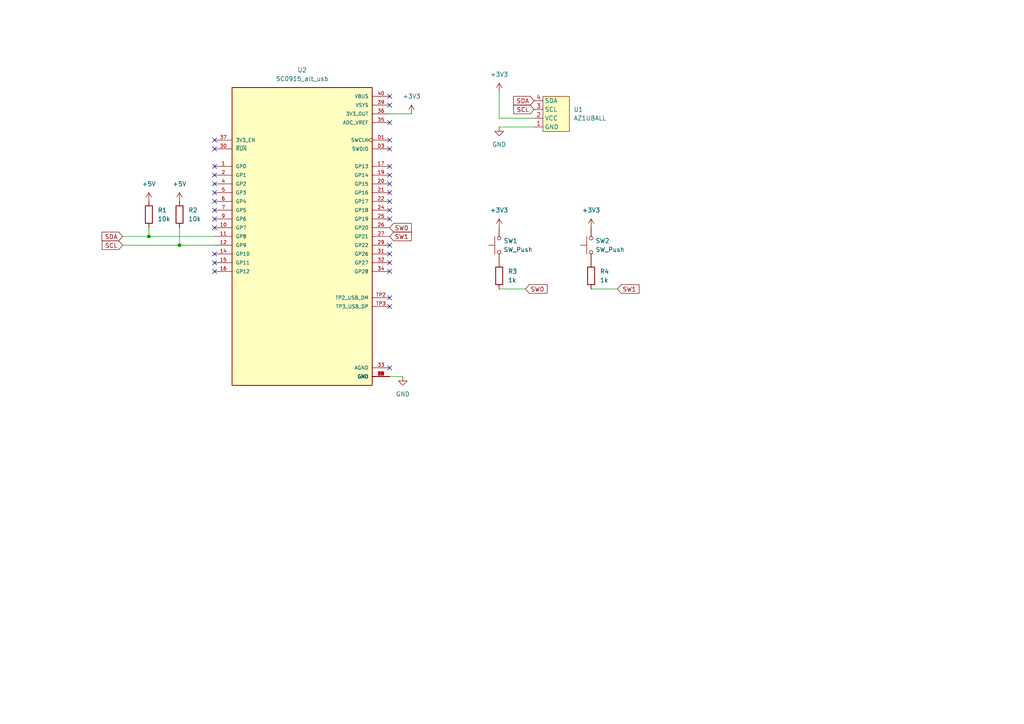
<source format=kicad_sch>
(kicad_sch (version 20211123) (generator eeschema)
  (paper "A4")
  (lib_symbols
    (symbol "$74th:I2C_Breakout"
      (property "Reference" "U" (at 0 6.35 0))
      (property "Value" "I2C_Breakout" (at 0 5.08 0))
      (symbol "I2C_Breakout_0_1"
        (rectangle (start -3.81 3.81) (end 3.81 -6.35) (stroke (width 0.1524)) (fill (type background)))
      )
      (symbol "I2C_Breakout_1_1"
        (pin power_in line (at 6.35 2.54 180) (length 2.54) (name "GND") (number "1"))
        (pin power_in line (at 6.35 0 180) (length 2.54) (name "VCC") (number "2"))
        (pin input line (at 6.35 -2.54 180) (length 2.54) (name "SCL") (number "3"))
        (pin bidirectional line (at 6.35 -5.08 180) (length 2.54) (name "SDA") (number "4"))
      )
    )
    (symbol "$74th:SC0915_alt_usb" (pin_names (offset 1.016))
      (property "Reference" "U" (at -20.32 44.069 0))
      (property "Value" "SC0915_alt_usb" (at -20.32 -45.72 0))
      (symbol "SC0915_alt_usb_0_0"
        (rectangle (start -20.32 -43.18) (end 20.32 43.18) (stroke (width 0.254)) (fill (type background)))
        (pin bidirectional line (at -25.4 20.32 0) (length 5.08) (name "GP0") (number "1"))
        (pin bidirectional line (at -25.4 2.54 0) (length 5.08) (name "GP7") (number "10"))
        (pin bidirectional line (at -25.4 0 0) (length 5.08) (name "GP8") (number "11"))
        (pin bidirectional line (at -25.4 -2.54 0) (length 5.08) (name "GP9") (number "12"))
        (pin power_in line (at 25.4 -40.64 180) (length 5.08) (name "GND") (number "13"))
        (pin bidirectional line (at -25.4 -5.08 0) (length 5.08) (name "GP10") (number "14"))
        (pin bidirectional line (at -25.4 -7.62 0) (length 5.08) (name "GP11") (number "15"))
        (pin bidirectional line (at -25.4 -10.16 0) (length 5.08) (name "GP12") (number "16"))
        (pin bidirectional line (at 25.4 20.32 180) (length 5.08) (name "GP13") (number "17"))
        (pin power_in line (at 25.4 -40.64 180) (length 5.08) (name "GND") (number "18"))
        (pin bidirectional line (at 25.4 17.78 180) (length 5.08) (name "GP14") (number "19"))
        (pin bidirectional line (at -25.4 17.78 0) (length 5.08) (name "GP1") (number "2"))
        (pin bidirectional line (at 25.4 15.24 180) (length 5.08) (name "GP15") (number "20"))
        (pin bidirectional line (at 25.4 12.7 180) (length 5.08) (name "GP16") (number "21"))
        (pin bidirectional line (at 25.4 10.16 180) (length 5.08) (name "GP17") (number "22"))
        (pin power_in line (at 25.4 -40.64 180) (length 5.08) (name "GND") (number "23"))
        (pin bidirectional line (at 25.4 7.62 180) (length 5.08) (name "GP18") (number "24"))
        (pin bidirectional line (at 25.4 5.08 180) (length 5.08) (name "GP19") (number "25"))
        (pin bidirectional line (at 25.4 2.54 180) (length 5.08) (name "GP20") (number "26"))
        (pin bidirectional line (at 25.4 0 180) (length 5.08) (name "GP21") (number "27"))
        (pin power_in line (at 25.4 -40.64 180) (length 5.08) (name "GND") (number "28"))
        (pin bidirectional line (at 25.4 -2.54 180) (length 5.08) (name "GP22") (number "29"))
        (pin power_in line (at 25.4 -40.64 180) (length 5.08) (name "GND") (number "3"))
        (pin input line (at -25.4 25.4 0) (length 5.08) (name "~{RUN}") (number "30"))
        (pin bidirectional line (at 25.4 -5.08 180) (length 5.08) (name "GP26") (number "31"))
        (pin bidirectional line (at 25.4 -7.62 180) (length 5.08) (name "GP27") (number "32"))
        (pin power_in line (at 25.4 -38.1 180) (length 5.08) (name "AGND") (number "33"))
        (pin bidirectional line (at 25.4 -10.16 180) (length 5.08) (name "GP28") (number "34"))
        (pin power_in line (at 25.4 33.02 180) (length 5.08) (name "ADC_VREF") (number "35"))
        (pin power_in line (at 25.4 35.56 180) (length 5.08) (name "3V3_OUT") (number "36"))
        (pin input line (at -25.4 27.94 0) (length 5.08) (name "3V3_EN") (number "37"))
        (pin power_in line (at 25.4 -40.64 180) (length 5.08) (name "GND") (number "38"))
        (pin power_in line (at 25.4 38.1 180) (length 5.08) (name "VSYS") (number "39"))
        (pin bidirectional line (at -25.4 15.24 0) (length 5.08) (name "GP2") (number "4"))
        (pin power_in line (at 25.4 40.64 180) (length 5.08) (name "VBUS") (number "40"))
        (pin bidirectional line (at -25.4 12.7 0) (length 5.08) (name "GP3") (number "5"))
        (pin bidirectional line (at -25.4 10.16 0) (length 5.08) (name "GP4") (number "6"))
        (pin bidirectional line (at -25.4 7.62 0) (length 5.08) (name "GP5") (number "7"))
        (pin power_in line (at 25.4 -40.64 180) (length 5.08) (name "GND") (number "8"))
        (pin bidirectional line (at -25.4 5.08 0) (length 5.08) (name "GP6") (number "9"))
        (pin input clock (at 25.4 27.94 180) (length 5.08) (name "SWCLK") (number "D1"))
        (pin power_in line (at 25.4 -40.64 180) (length 5.08) (name "GND") (number "D2"))
        (pin bidirectional line (at 25.4 25.4 180) (length 5.08) (name "SWDIO") (number "D3"))
        (pin bidirectional line (at 25.4 -17.78 180) (length 5.08) (name "TP2_USB_DM") (number "TP2"))
        (pin bidirectional line (at 25.4 -20.32 180) (length 5.08) (name "TP3_USB_DP") (number "TP3"))
      )
    )
    (symbol "Device:R" (pin_numbers hide) (pin_names (offset 0))
      (property "Reference" "R" (at 2.032 0 90))
      (property "Value" "R" (at 0 0 90))
      (symbol "R_0_1"
        (rectangle (start -1.016 -2.54) (end 1.016 2.54) (stroke (width 0.254)))
      )
      (symbol "R_1_1"
        (pin passive line (at 0 3.81 270) (length 1.27) (name "~") (number "1"))
        (pin passive line (at 0 -3.81 90) (length 1.27) (name "~") (number "2"))
      )
    )
    (symbol "Switch:SW_Push" (pin_numbers hide) (pin_names (offset 1.016) hide)
      (property "Reference" "SW" (at 1.27 2.54 0))
      (property "Value" "SW_Push" (at 0 -1.524 0))
      (symbol "SW_Push_0_1"
        (circle (center -2.032 0) (radius 0.508))
        (polyline (pts (xy 0 1.27) (xy 0 3.048)))
        (polyline (pts (xy 2.54 1.27) (xy -2.54 1.27)))
        (circle (center 2.032 0) (radius 0.508))
        (pin passive line (at -5.08 0 0) (length 2.54) (name "1") (number "1"))
        (pin passive line (at 5.08 0 180) (length 2.54) (name "2") (number "2"))
      )
    )
    (symbol "power:+3V3" (power) (pin_names (offset 0))
      (property "Value" "+3V3" (at 0 3.556 0))
      (symbol "+3V3_0_1"
        (polyline (pts (xy -0.762 1.27) (xy 0 2.54)))
        (polyline (pts (xy 0 0) (xy 0 2.54)))
        (polyline (pts (xy 0 2.54) (xy 0.762 1.27)))
      )
      (symbol "+3V3_1_1"
        (pin power_in line (at 0 0 90) (length 0) hide (name "+3V3") (number "1"))
      )
    )
    (symbol "power:+5V" (power) (pin_names (offset 0))
      (property "Value" "+5V" (at 0 3.556 0))
      (symbol "+5V_0_1"
        (polyline (pts (xy -0.762 1.27) (xy 0 2.54)))
        (polyline (pts (xy 0 0) (xy 0 2.54)))
        (polyline (pts (xy 0 2.54) (xy 0.762 1.27)))
      )
      (symbol "+5V_1_1"
        (pin power_in line (at 0 0 90) (length 0) hide (name "+5V") (number "1"))
      )
    )
    (symbol "power:GND" (power) (pin_names (offset 0))
      (property "Value" "GND" (at 0 -3.81 0))
      (symbol "GND_0_1"
        (polyline (pts (xy 0 0) (xy 0 -1.27) (xy 1.27 -1.27) (xy 0 -2.54) (xy -1.27 -1.27) (xy 0 -1.27)))
      )
      (symbol "GND_1_1"
        (pin power_in line (at 0 0 270) (length 0) hide (name "GND") (number "1"))
      )
    )
  )
  (junction (at 52.07 71.12))
  (junction (at 43.18 68.58))
  (no_connect (at 62.23 48.26))
  (no_connect (at 113.03 106.68))
  (no_connect (at 62.23 55.88))
  (no_connect (at 62.23 50.8))
  (no_connect (at 62.23 40.64))
  (no_connect (at 62.23 43.18))
  (no_connect (at 62.23 76.2))
  (no_connect (at 62.23 78.74))
  (no_connect (at 62.23 60.96))
  (no_connect (at 62.23 63.5))
  (no_connect (at 62.23 66.04))
  (no_connect (at 62.23 73.66))
  (no_connect (at 113.03 86.36))
  (no_connect (at 113.03 88.9))
  (no_connect (at 113.03 40.64))
  (no_connect (at 113.03 43.18))
  (no_connect (at 113.03 48.26))
  (no_connect (at 113.03 50.8))
  (no_connect (at 113.03 71.12))
  (no_connect (at 113.03 73.66))
  (no_connect (at 113.03 76.2))
  (no_connect (at 113.03 78.74))
  (no_connect (at 113.03 63.5))
  (no_connect (at 113.03 53.34))
  (no_connect (at 113.03 55.88))
  (no_connect (at 113.03 58.42))
  (no_connect (at 113.03 60.96))
  (no_connect (at 113.03 27.94))
  (no_connect (at 62.23 53.34))
  (no_connect (at 113.03 30.48))
  (no_connect (at 113.03 35.56))
  (no_connect (at 62.23 58.42))
  (wire (pts (xy 171.45 83.82) (xy 179.07 83.82)))
  (wire (pts (xy 35.56 68.58) (xy 43.18 68.58)))
  (wire (pts (xy 43.18 66.04) (xy 43.18 68.58)))
  (wire (pts (xy 52.07 71.12) (xy 62.23 71.12)))
  (wire (pts (xy 113.03 109.22) (xy 116.84 109.22)))
  (wire (pts (xy 144.78 34.29) (xy 144.78 26.67)))
  (wire (pts (xy 43.18 68.58) (xy 62.23 68.58)))
  (wire (pts (xy 144.78 36.83) (xy 154.94 36.83)))
  (wire (pts (xy 52.07 66.04) (xy 52.07 71.12)))
  (wire (pts (xy 113.03 33.02) (xy 119.38 33.02)))
  (wire (pts (xy 35.56 71.12) (xy 52.07 71.12)))
  (wire (pts (xy 144.78 83.82) (xy 152.4 83.82)))
  (wire (pts (xy 154.94 34.29) (xy 144.78 34.29)))
  (global_label "SCL" (shape input) (at 35.56 71.12 180) (property "シート間のリファレンス" "${INTERSHEET_REFS}" (effects hide)))
  (global_label "SDA" (shape input) (at 154.94 29.21 180) (property "シート間のリファレンス" "${INTERSHEET_REFS}" (effects hide)))
  (global_label "SW0" (shape input) (at 152.4 83.82 0) (property "シート間のリファレンス" "${INTERSHEET_REFS}" (effects hide)))
  (global_label "SW0" (shape input) (at 113.03 66.04 0) (property "シート間のリファレンス" "${INTERSHEET_REFS}" (effects hide)))
  (global_label "SW1" (shape input) (at 179.07 83.82 0) (property "シート間のリファレンス" "${INTERSHEET_REFS}" (effects hide)))
  (global_label "SCL" (shape input) (at 154.94 31.75 180) (property "シート間のリファレンス" "${INTERSHEET_REFS}" (effects hide)))
  (global_label "SW1" (shape input) (at 113.03 68.58 0) (property "シート間のリファレンス" "${INTERSHEET_REFS}" (effects hide)))
  (global_label "SDA" (shape input) (at 35.56 68.58 180) (property "シート間のリファレンス" "${INTERSHEET_REFS}" (effects hide)))
  (symbol (lib_id "Device:R") (at 52.07 62.23 0) (unit 1)
    (property "Reference" "R2" (at 54.61 60.9599 0) (effects (justify left)))
    (property "Value" "10k" (at 54.61 63.4999 0) (effects (justify left)))
  )
  (symbol (lib_id "Switch:SW_Push") (at 171.45 71.12 90) (unit 1)
    (property "Reference" "SW2" (at 172.72 69.8499 90) (effects (justify right)))
    (property "Value" "SW_Push" (at 172.72 72.3899 90) (effects (justify right)))
  )
  (symbol (lib_id "Device:R") (at 171.45 80.01 0) (unit 1)
    (property "Reference" "R4" (at 173.99 78.7399 0) (effects (justify left)))
    (property "Value" "1k" (at 173.99 81.2799 0) (effects (justify left)))
  )
  (symbol (lib_id "power:+5V") (at 52.07 58.42 0) (unit 1)
    (property "Reference" "#PWR05" (effects hide))
    (property "Value" "+5V" (at 52.07 53.34 0))
  )
  (symbol (lib_id "power:+3V3") (at 119.38 33.02 0) (unit 1)
    (property "Reference" "#PWR02" (effects hide))
    (property "Value" "+3V3" (at 119.38 27.94 0))
  )
  (symbol (lib_id "power:+5V") (at 43.18 58.42 0) (unit 1)
    (property "Reference" "#PWR04" (effects hide))
    (property "Value" "+5V" (at 43.18 53.34 0))
  )
  (symbol (lib_id "power:+3V3") (at 144.78 66.04 0) (unit 1)
    (property "Reference" "#PWR06" (effects hide))
    (property "Value" "+3V3" (at 144.78 60.96 0))
  )
  (symbol (lib_id "power:+3V3") (at 171.45 66.04 0) (unit 1)
    (property "Reference" "#PWR07" (effects hide))
    (property "Value" "+3V3" (at 171.45 60.96 0))
  )
  (symbol (lib_id "power:GND") (at 116.84 109.22 0) (unit 1)
    (property "Reference" "#PWR08" (effects hide))
    (property "Value" "GND" (at 116.84 114.3 0))
  )
  (symbol (lib_id "power:GND") (at 144.78 36.83 0) (unit 1)
    (property "Reference" "#PWR03" (effects hide))
    (property "Value" "GND" (at 144.78 41.91 0))
  )
  (symbol (lib_id "Switch:SW_Push") (at 144.78 71.12 90) (unit 1)
    (property "Reference" "SW1" (at 146.05 69.8499 90) (effects (justify right)))
    (property "Value" "SW_Push" (at 146.05 72.3899 90) (effects (justify right)))
  )
  (symbol (lib_id "Device:R") (at 43.18 62.23 0) (unit 1)
    (property "Reference" "R1" (at 45.72 60.9599 0) (effects (justify left)))
    (property "Value" "10k" (at 45.72 63.4999 0) (effects (justify left)))
  )
  (symbol (lib_id "$74th:I2C_Breakout") (at 161.29 34.29 180) (unit 1)
    (property "Reference" "U1" (at 166.37 31.7499 0) (effects (justify right)))
    (property "Value" "AZ1UBALL" (at 166.37 34.2899 0) (effects (justify right)))
  )
  (symbol (lib_id "power:+3V3") (at 144.78 26.67 0) (unit 1)
    (property "Reference" "#PWR01" (effects hide))
    (property "Value" "+3V3" (at 144.78 21.59 0))
  )
  (symbol (lib_id "$74th:SC0915_alt_usb") (at 87.63 68.58 0) (unit 1)
    (property "Reference" "U2" (at 87.63 20.32 0))
    (property "Value" "SC0915_alt_usb" (at 87.63 22.86 0))
    (property "Footprint" "MODULE_SC0915" (effects hide))
    (property "MAXIMUM_PACKAGE_HEIGHT" "3.73mm" (effects hide))
    (property "PARTREV" "1.6" (effects hide))
    (property "STANDARD" "Manufacturer Recommendations" (effects hide))
    (property "MANUFACTURER" "Raspberry Pi" (effects hide))
  )
  (symbol (lib_id "Device:R") (at 144.78 80.01 0) (unit 1)
    (property "Reference" "R3" (at 147.32 78.7399 0) (effects (justify left)))
    (property "Value" "1k" (at 147.32 81.2799 0) (effects (justify left)))
  )
)
</source>
